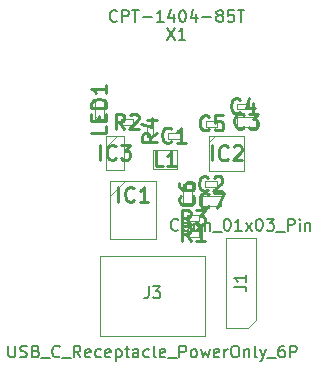
<source format=gbr>
G04 #@! TF.GenerationSoftware,KiCad,Pcbnew,8.0.1*
G04 #@! TF.CreationDate,2024-12-14T14:03:44-06:00*
G04 #@! TF.ProjectId,SD_ProtoBoard,53445f50-726f-4746-9f42-6f6172642e6b,rev?*
G04 #@! TF.SameCoordinates,Original*
G04 #@! TF.FileFunction,AssemblyDrawing,Top*
%FSLAX46Y46*%
G04 Gerber Fmt 4.6, Leading zero omitted, Abs format (unit mm)*
G04 Created by KiCad (PCBNEW 8.0.1) date 2024-12-14 14:03:44*
%MOMM*%
%LPD*%
G01*
G04 APERTURE LIST*
%ADD10C,0.254000*%
%ADD11C,0.150000*%
%ADD12C,0.100000*%
G04 APERTURE END LIST*
D10*
X133160237Y-103994318D02*
X133160237Y-102724318D01*
X134490714Y-103873365D02*
X134430238Y-103933842D01*
X134430238Y-103933842D02*
X134248809Y-103994318D01*
X134248809Y-103994318D02*
X134127857Y-103994318D01*
X134127857Y-103994318D02*
X133946428Y-103933842D01*
X133946428Y-103933842D02*
X133825476Y-103812889D01*
X133825476Y-103812889D02*
X133764999Y-103691937D01*
X133764999Y-103691937D02*
X133704523Y-103450032D01*
X133704523Y-103450032D02*
X133704523Y-103268603D01*
X133704523Y-103268603D02*
X133764999Y-103026699D01*
X133764999Y-103026699D02*
X133825476Y-102905746D01*
X133825476Y-102905746D02*
X133946428Y-102784794D01*
X133946428Y-102784794D02*
X134127857Y-102724318D01*
X134127857Y-102724318D02*
X134248809Y-102724318D01*
X134248809Y-102724318D02*
X134430238Y-102784794D01*
X134430238Y-102784794D02*
X134490714Y-102845270D01*
X134914047Y-102724318D02*
X135700238Y-102724318D01*
X135700238Y-102724318D02*
X135276904Y-103208127D01*
X135276904Y-103208127D02*
X135458333Y-103208127D01*
X135458333Y-103208127D02*
X135579285Y-103268603D01*
X135579285Y-103268603D02*
X135639761Y-103329080D01*
X135639761Y-103329080D02*
X135700238Y-103450032D01*
X135700238Y-103450032D02*
X135700238Y-103752413D01*
X135700238Y-103752413D02*
X135639761Y-103873365D01*
X135639761Y-103873365D02*
X135579285Y-103933842D01*
X135579285Y-103933842D02*
X135458333Y-103994318D01*
X135458333Y-103994318D02*
X135095476Y-103994318D01*
X135095476Y-103994318D02*
X134974523Y-103933842D01*
X134974523Y-103933842D02*
X134914047Y-103873365D01*
D11*
X134572380Y-92209580D02*
X134524761Y-92257200D01*
X134524761Y-92257200D02*
X134381904Y-92304819D01*
X134381904Y-92304819D02*
X134286666Y-92304819D01*
X134286666Y-92304819D02*
X134143809Y-92257200D01*
X134143809Y-92257200D02*
X134048571Y-92161961D01*
X134048571Y-92161961D02*
X134000952Y-92066723D01*
X134000952Y-92066723D02*
X133953333Y-91876247D01*
X133953333Y-91876247D02*
X133953333Y-91733390D01*
X133953333Y-91733390D02*
X134000952Y-91542914D01*
X134000952Y-91542914D02*
X134048571Y-91447676D01*
X134048571Y-91447676D02*
X134143809Y-91352438D01*
X134143809Y-91352438D02*
X134286666Y-91304819D01*
X134286666Y-91304819D02*
X134381904Y-91304819D01*
X134381904Y-91304819D02*
X134524761Y-91352438D01*
X134524761Y-91352438D02*
X134572380Y-91400057D01*
X135000952Y-92304819D02*
X135000952Y-91304819D01*
X135000952Y-91304819D02*
X135381904Y-91304819D01*
X135381904Y-91304819D02*
X135477142Y-91352438D01*
X135477142Y-91352438D02*
X135524761Y-91400057D01*
X135524761Y-91400057D02*
X135572380Y-91495295D01*
X135572380Y-91495295D02*
X135572380Y-91638152D01*
X135572380Y-91638152D02*
X135524761Y-91733390D01*
X135524761Y-91733390D02*
X135477142Y-91781009D01*
X135477142Y-91781009D02*
X135381904Y-91828628D01*
X135381904Y-91828628D02*
X135000952Y-91828628D01*
X135858095Y-91304819D02*
X136429523Y-91304819D01*
X136143809Y-92304819D02*
X136143809Y-91304819D01*
X136762857Y-91923866D02*
X137524762Y-91923866D01*
X138524761Y-92304819D02*
X137953333Y-92304819D01*
X138239047Y-92304819D02*
X138239047Y-91304819D01*
X138239047Y-91304819D02*
X138143809Y-91447676D01*
X138143809Y-91447676D02*
X138048571Y-91542914D01*
X138048571Y-91542914D02*
X137953333Y-91590533D01*
X139381904Y-91638152D02*
X139381904Y-92304819D01*
X139143809Y-91257200D02*
X138905714Y-91971485D01*
X138905714Y-91971485D02*
X139524761Y-91971485D01*
X140096190Y-91304819D02*
X140191428Y-91304819D01*
X140191428Y-91304819D02*
X140286666Y-91352438D01*
X140286666Y-91352438D02*
X140334285Y-91400057D01*
X140334285Y-91400057D02*
X140381904Y-91495295D01*
X140381904Y-91495295D02*
X140429523Y-91685771D01*
X140429523Y-91685771D02*
X140429523Y-91923866D01*
X140429523Y-91923866D02*
X140381904Y-92114342D01*
X140381904Y-92114342D02*
X140334285Y-92209580D01*
X140334285Y-92209580D02*
X140286666Y-92257200D01*
X140286666Y-92257200D02*
X140191428Y-92304819D01*
X140191428Y-92304819D02*
X140096190Y-92304819D01*
X140096190Y-92304819D02*
X140000952Y-92257200D01*
X140000952Y-92257200D02*
X139953333Y-92209580D01*
X139953333Y-92209580D02*
X139905714Y-92114342D01*
X139905714Y-92114342D02*
X139858095Y-91923866D01*
X139858095Y-91923866D02*
X139858095Y-91685771D01*
X139858095Y-91685771D02*
X139905714Y-91495295D01*
X139905714Y-91495295D02*
X139953333Y-91400057D01*
X139953333Y-91400057D02*
X140000952Y-91352438D01*
X140000952Y-91352438D02*
X140096190Y-91304819D01*
X141286666Y-91638152D02*
X141286666Y-92304819D01*
X141048571Y-91257200D02*
X140810476Y-91971485D01*
X140810476Y-91971485D02*
X141429523Y-91971485D01*
X141810476Y-91923866D02*
X142572381Y-91923866D01*
X143191428Y-91733390D02*
X143096190Y-91685771D01*
X143096190Y-91685771D02*
X143048571Y-91638152D01*
X143048571Y-91638152D02*
X143000952Y-91542914D01*
X143000952Y-91542914D02*
X143000952Y-91495295D01*
X143000952Y-91495295D02*
X143048571Y-91400057D01*
X143048571Y-91400057D02*
X143096190Y-91352438D01*
X143096190Y-91352438D02*
X143191428Y-91304819D01*
X143191428Y-91304819D02*
X143381904Y-91304819D01*
X143381904Y-91304819D02*
X143477142Y-91352438D01*
X143477142Y-91352438D02*
X143524761Y-91400057D01*
X143524761Y-91400057D02*
X143572380Y-91495295D01*
X143572380Y-91495295D02*
X143572380Y-91542914D01*
X143572380Y-91542914D02*
X143524761Y-91638152D01*
X143524761Y-91638152D02*
X143477142Y-91685771D01*
X143477142Y-91685771D02*
X143381904Y-91733390D01*
X143381904Y-91733390D02*
X143191428Y-91733390D01*
X143191428Y-91733390D02*
X143096190Y-91781009D01*
X143096190Y-91781009D02*
X143048571Y-91828628D01*
X143048571Y-91828628D02*
X143000952Y-91923866D01*
X143000952Y-91923866D02*
X143000952Y-92114342D01*
X143000952Y-92114342D02*
X143048571Y-92209580D01*
X143048571Y-92209580D02*
X143096190Y-92257200D01*
X143096190Y-92257200D02*
X143191428Y-92304819D01*
X143191428Y-92304819D02*
X143381904Y-92304819D01*
X143381904Y-92304819D02*
X143477142Y-92257200D01*
X143477142Y-92257200D02*
X143524761Y-92209580D01*
X143524761Y-92209580D02*
X143572380Y-92114342D01*
X143572380Y-92114342D02*
X143572380Y-91923866D01*
X143572380Y-91923866D02*
X143524761Y-91828628D01*
X143524761Y-91828628D02*
X143477142Y-91781009D01*
X143477142Y-91781009D02*
X143381904Y-91733390D01*
X144477142Y-91304819D02*
X144000952Y-91304819D01*
X144000952Y-91304819D02*
X143953333Y-91781009D01*
X143953333Y-91781009D02*
X144000952Y-91733390D01*
X144000952Y-91733390D02*
X144096190Y-91685771D01*
X144096190Y-91685771D02*
X144334285Y-91685771D01*
X144334285Y-91685771D02*
X144429523Y-91733390D01*
X144429523Y-91733390D02*
X144477142Y-91781009D01*
X144477142Y-91781009D02*
X144524761Y-91876247D01*
X144524761Y-91876247D02*
X144524761Y-92114342D01*
X144524761Y-92114342D02*
X144477142Y-92209580D01*
X144477142Y-92209580D02*
X144429523Y-92257200D01*
X144429523Y-92257200D02*
X144334285Y-92304819D01*
X144334285Y-92304819D02*
X144096190Y-92304819D01*
X144096190Y-92304819D02*
X144000952Y-92257200D01*
X144000952Y-92257200D02*
X143953333Y-92209580D01*
X144810476Y-91304819D02*
X145381904Y-91304819D01*
X145096190Y-92304819D02*
X145096190Y-91304819D01*
X138810476Y-92804819D02*
X139477142Y-93804819D01*
X139477142Y-92804819D02*
X138810476Y-93804819D01*
X140381904Y-93804819D02*
X139810476Y-93804819D01*
X140096190Y-93804819D02*
X140096190Y-92804819D01*
X140096190Y-92804819D02*
X140000952Y-92947676D01*
X140000952Y-92947676D02*
X139905714Y-93042914D01*
X139905714Y-93042914D02*
X139810476Y-93090533D01*
D10*
X142640237Y-104044318D02*
X142640237Y-102774318D01*
X143970714Y-103923365D02*
X143910238Y-103983842D01*
X143910238Y-103983842D02*
X143728809Y-104044318D01*
X143728809Y-104044318D02*
X143607857Y-104044318D01*
X143607857Y-104044318D02*
X143426428Y-103983842D01*
X143426428Y-103983842D02*
X143305476Y-103862889D01*
X143305476Y-103862889D02*
X143244999Y-103741937D01*
X143244999Y-103741937D02*
X143184523Y-103500032D01*
X143184523Y-103500032D02*
X143184523Y-103318603D01*
X143184523Y-103318603D02*
X143244999Y-103076699D01*
X143244999Y-103076699D02*
X143305476Y-102955746D01*
X143305476Y-102955746D02*
X143426428Y-102834794D01*
X143426428Y-102834794D02*
X143607857Y-102774318D01*
X143607857Y-102774318D02*
X143728809Y-102774318D01*
X143728809Y-102774318D02*
X143910238Y-102834794D01*
X143910238Y-102834794D02*
X143970714Y-102895270D01*
X144454523Y-102895270D02*
X144514999Y-102834794D01*
X144514999Y-102834794D02*
X144635952Y-102774318D01*
X144635952Y-102774318D02*
X144938333Y-102774318D01*
X144938333Y-102774318D02*
X145059285Y-102834794D01*
X145059285Y-102834794D02*
X145119761Y-102895270D01*
X145119761Y-102895270D02*
X145180238Y-103016222D01*
X145180238Y-103016222D02*
X145180238Y-103137175D01*
X145180238Y-103137175D02*
X145119761Y-103318603D01*
X145119761Y-103318603D02*
X144394047Y-104044318D01*
X144394047Y-104044318D02*
X145180238Y-104044318D01*
X140818333Y-109504318D02*
X140394999Y-108899556D01*
X140092618Y-109504318D02*
X140092618Y-108234318D01*
X140092618Y-108234318D02*
X140576428Y-108234318D01*
X140576428Y-108234318D02*
X140697380Y-108294794D01*
X140697380Y-108294794D02*
X140757857Y-108355270D01*
X140757857Y-108355270D02*
X140818333Y-108476222D01*
X140818333Y-108476222D02*
X140818333Y-108657651D01*
X140818333Y-108657651D02*
X140757857Y-108778603D01*
X140757857Y-108778603D02*
X140697380Y-108839080D01*
X140697380Y-108839080D02*
X140576428Y-108899556D01*
X140576428Y-108899556D02*
X140092618Y-108899556D01*
X141241666Y-108234318D02*
X142027857Y-108234318D01*
X142027857Y-108234318D02*
X141604523Y-108718127D01*
X141604523Y-108718127D02*
X141785952Y-108718127D01*
X141785952Y-108718127D02*
X141906904Y-108778603D01*
X141906904Y-108778603D02*
X141967380Y-108839080D01*
X141967380Y-108839080D02*
X142027857Y-108960032D01*
X142027857Y-108960032D02*
X142027857Y-109262413D01*
X142027857Y-109262413D02*
X141967380Y-109383365D01*
X141967380Y-109383365D02*
X141906904Y-109443842D01*
X141906904Y-109443842D02*
X141785952Y-109504318D01*
X141785952Y-109504318D02*
X141423095Y-109504318D01*
X141423095Y-109504318D02*
X141302142Y-109443842D01*
X141302142Y-109443842D02*
X141241666Y-109383365D01*
X145018333Y-99923365D02*
X144957857Y-99983842D01*
X144957857Y-99983842D02*
X144776428Y-100044318D01*
X144776428Y-100044318D02*
X144655476Y-100044318D01*
X144655476Y-100044318D02*
X144474047Y-99983842D01*
X144474047Y-99983842D02*
X144353095Y-99862889D01*
X144353095Y-99862889D02*
X144292618Y-99741937D01*
X144292618Y-99741937D02*
X144232142Y-99500032D01*
X144232142Y-99500032D02*
X144232142Y-99318603D01*
X144232142Y-99318603D02*
X144292618Y-99076699D01*
X144292618Y-99076699D02*
X144353095Y-98955746D01*
X144353095Y-98955746D02*
X144474047Y-98834794D01*
X144474047Y-98834794D02*
X144655476Y-98774318D01*
X144655476Y-98774318D02*
X144776428Y-98774318D01*
X144776428Y-98774318D02*
X144957857Y-98834794D01*
X144957857Y-98834794D02*
X145018333Y-98895270D01*
X146106904Y-99197651D02*
X146106904Y-100044318D01*
X145804523Y-98713842D02*
X145502142Y-99620984D01*
X145502142Y-99620984D02*
X146288333Y-99620984D01*
X142308333Y-106523365D02*
X142247857Y-106583842D01*
X142247857Y-106583842D02*
X142066428Y-106644318D01*
X142066428Y-106644318D02*
X141945476Y-106644318D01*
X141945476Y-106644318D02*
X141764047Y-106583842D01*
X141764047Y-106583842D02*
X141643095Y-106462889D01*
X141643095Y-106462889D02*
X141582618Y-106341937D01*
X141582618Y-106341937D02*
X141522142Y-106100032D01*
X141522142Y-106100032D02*
X141522142Y-105918603D01*
X141522142Y-105918603D02*
X141582618Y-105676699D01*
X141582618Y-105676699D02*
X141643095Y-105555746D01*
X141643095Y-105555746D02*
X141764047Y-105434794D01*
X141764047Y-105434794D02*
X141945476Y-105374318D01*
X141945476Y-105374318D02*
X142066428Y-105374318D01*
X142066428Y-105374318D02*
X142247857Y-105434794D01*
X142247857Y-105434794D02*
X142308333Y-105495270D01*
X142792142Y-105495270D02*
X142852618Y-105434794D01*
X142852618Y-105434794D02*
X142973571Y-105374318D01*
X142973571Y-105374318D02*
X143275952Y-105374318D01*
X143275952Y-105374318D02*
X143396904Y-105434794D01*
X143396904Y-105434794D02*
X143457380Y-105495270D01*
X143457380Y-105495270D02*
X143517857Y-105616222D01*
X143517857Y-105616222D02*
X143517857Y-105737175D01*
X143517857Y-105737175D02*
X143457380Y-105918603D01*
X143457380Y-105918603D02*
X142731666Y-106644318D01*
X142731666Y-106644318D02*
X143517857Y-106644318D01*
D11*
X125399522Y-119709819D02*
X125399522Y-120519342D01*
X125399522Y-120519342D02*
X125447141Y-120614580D01*
X125447141Y-120614580D02*
X125494760Y-120662200D01*
X125494760Y-120662200D02*
X125589998Y-120709819D01*
X125589998Y-120709819D02*
X125780474Y-120709819D01*
X125780474Y-120709819D02*
X125875712Y-120662200D01*
X125875712Y-120662200D02*
X125923331Y-120614580D01*
X125923331Y-120614580D02*
X125970950Y-120519342D01*
X125970950Y-120519342D02*
X125970950Y-119709819D01*
X126399522Y-120662200D02*
X126542379Y-120709819D01*
X126542379Y-120709819D02*
X126780474Y-120709819D01*
X126780474Y-120709819D02*
X126875712Y-120662200D01*
X126875712Y-120662200D02*
X126923331Y-120614580D01*
X126923331Y-120614580D02*
X126970950Y-120519342D01*
X126970950Y-120519342D02*
X126970950Y-120424104D01*
X126970950Y-120424104D02*
X126923331Y-120328866D01*
X126923331Y-120328866D02*
X126875712Y-120281247D01*
X126875712Y-120281247D02*
X126780474Y-120233628D01*
X126780474Y-120233628D02*
X126589998Y-120186009D01*
X126589998Y-120186009D02*
X126494760Y-120138390D01*
X126494760Y-120138390D02*
X126447141Y-120090771D01*
X126447141Y-120090771D02*
X126399522Y-119995533D01*
X126399522Y-119995533D02*
X126399522Y-119900295D01*
X126399522Y-119900295D02*
X126447141Y-119805057D01*
X126447141Y-119805057D02*
X126494760Y-119757438D01*
X126494760Y-119757438D02*
X126589998Y-119709819D01*
X126589998Y-119709819D02*
X126828093Y-119709819D01*
X126828093Y-119709819D02*
X126970950Y-119757438D01*
X127732855Y-120186009D02*
X127875712Y-120233628D01*
X127875712Y-120233628D02*
X127923331Y-120281247D01*
X127923331Y-120281247D02*
X127970950Y-120376485D01*
X127970950Y-120376485D02*
X127970950Y-120519342D01*
X127970950Y-120519342D02*
X127923331Y-120614580D01*
X127923331Y-120614580D02*
X127875712Y-120662200D01*
X127875712Y-120662200D02*
X127780474Y-120709819D01*
X127780474Y-120709819D02*
X127399522Y-120709819D01*
X127399522Y-120709819D02*
X127399522Y-119709819D01*
X127399522Y-119709819D02*
X127732855Y-119709819D01*
X127732855Y-119709819D02*
X127828093Y-119757438D01*
X127828093Y-119757438D02*
X127875712Y-119805057D01*
X127875712Y-119805057D02*
X127923331Y-119900295D01*
X127923331Y-119900295D02*
X127923331Y-119995533D01*
X127923331Y-119995533D02*
X127875712Y-120090771D01*
X127875712Y-120090771D02*
X127828093Y-120138390D01*
X127828093Y-120138390D02*
X127732855Y-120186009D01*
X127732855Y-120186009D02*
X127399522Y-120186009D01*
X128161427Y-120805057D02*
X128923331Y-120805057D01*
X129732855Y-120614580D02*
X129685236Y-120662200D01*
X129685236Y-120662200D02*
X129542379Y-120709819D01*
X129542379Y-120709819D02*
X129447141Y-120709819D01*
X129447141Y-120709819D02*
X129304284Y-120662200D01*
X129304284Y-120662200D02*
X129209046Y-120566961D01*
X129209046Y-120566961D02*
X129161427Y-120471723D01*
X129161427Y-120471723D02*
X129113808Y-120281247D01*
X129113808Y-120281247D02*
X129113808Y-120138390D01*
X129113808Y-120138390D02*
X129161427Y-119947914D01*
X129161427Y-119947914D02*
X129209046Y-119852676D01*
X129209046Y-119852676D02*
X129304284Y-119757438D01*
X129304284Y-119757438D02*
X129447141Y-119709819D01*
X129447141Y-119709819D02*
X129542379Y-119709819D01*
X129542379Y-119709819D02*
X129685236Y-119757438D01*
X129685236Y-119757438D02*
X129732855Y-119805057D01*
X129923332Y-120805057D02*
X130685236Y-120805057D01*
X131494760Y-120709819D02*
X131161427Y-120233628D01*
X130923332Y-120709819D02*
X130923332Y-119709819D01*
X130923332Y-119709819D02*
X131304284Y-119709819D01*
X131304284Y-119709819D02*
X131399522Y-119757438D01*
X131399522Y-119757438D02*
X131447141Y-119805057D01*
X131447141Y-119805057D02*
X131494760Y-119900295D01*
X131494760Y-119900295D02*
X131494760Y-120043152D01*
X131494760Y-120043152D02*
X131447141Y-120138390D01*
X131447141Y-120138390D02*
X131399522Y-120186009D01*
X131399522Y-120186009D02*
X131304284Y-120233628D01*
X131304284Y-120233628D02*
X130923332Y-120233628D01*
X132304284Y-120662200D02*
X132209046Y-120709819D01*
X132209046Y-120709819D02*
X132018570Y-120709819D01*
X132018570Y-120709819D02*
X131923332Y-120662200D01*
X131923332Y-120662200D02*
X131875713Y-120566961D01*
X131875713Y-120566961D02*
X131875713Y-120186009D01*
X131875713Y-120186009D02*
X131923332Y-120090771D01*
X131923332Y-120090771D02*
X132018570Y-120043152D01*
X132018570Y-120043152D02*
X132209046Y-120043152D01*
X132209046Y-120043152D02*
X132304284Y-120090771D01*
X132304284Y-120090771D02*
X132351903Y-120186009D01*
X132351903Y-120186009D02*
X132351903Y-120281247D01*
X132351903Y-120281247D02*
X131875713Y-120376485D01*
X133209046Y-120662200D02*
X133113808Y-120709819D01*
X133113808Y-120709819D02*
X132923332Y-120709819D01*
X132923332Y-120709819D02*
X132828094Y-120662200D01*
X132828094Y-120662200D02*
X132780475Y-120614580D01*
X132780475Y-120614580D02*
X132732856Y-120519342D01*
X132732856Y-120519342D02*
X132732856Y-120233628D01*
X132732856Y-120233628D02*
X132780475Y-120138390D01*
X132780475Y-120138390D02*
X132828094Y-120090771D01*
X132828094Y-120090771D02*
X132923332Y-120043152D01*
X132923332Y-120043152D02*
X133113808Y-120043152D01*
X133113808Y-120043152D02*
X133209046Y-120090771D01*
X134018570Y-120662200D02*
X133923332Y-120709819D01*
X133923332Y-120709819D02*
X133732856Y-120709819D01*
X133732856Y-120709819D02*
X133637618Y-120662200D01*
X133637618Y-120662200D02*
X133589999Y-120566961D01*
X133589999Y-120566961D02*
X133589999Y-120186009D01*
X133589999Y-120186009D02*
X133637618Y-120090771D01*
X133637618Y-120090771D02*
X133732856Y-120043152D01*
X133732856Y-120043152D02*
X133923332Y-120043152D01*
X133923332Y-120043152D02*
X134018570Y-120090771D01*
X134018570Y-120090771D02*
X134066189Y-120186009D01*
X134066189Y-120186009D02*
X134066189Y-120281247D01*
X134066189Y-120281247D02*
X133589999Y-120376485D01*
X134494761Y-120043152D02*
X134494761Y-121043152D01*
X134494761Y-120090771D02*
X134589999Y-120043152D01*
X134589999Y-120043152D02*
X134780475Y-120043152D01*
X134780475Y-120043152D02*
X134875713Y-120090771D01*
X134875713Y-120090771D02*
X134923332Y-120138390D01*
X134923332Y-120138390D02*
X134970951Y-120233628D01*
X134970951Y-120233628D02*
X134970951Y-120519342D01*
X134970951Y-120519342D02*
X134923332Y-120614580D01*
X134923332Y-120614580D02*
X134875713Y-120662200D01*
X134875713Y-120662200D02*
X134780475Y-120709819D01*
X134780475Y-120709819D02*
X134589999Y-120709819D01*
X134589999Y-120709819D02*
X134494761Y-120662200D01*
X135256666Y-120043152D02*
X135637618Y-120043152D01*
X135399523Y-119709819D02*
X135399523Y-120566961D01*
X135399523Y-120566961D02*
X135447142Y-120662200D01*
X135447142Y-120662200D02*
X135542380Y-120709819D01*
X135542380Y-120709819D02*
X135637618Y-120709819D01*
X136399523Y-120709819D02*
X136399523Y-120186009D01*
X136399523Y-120186009D02*
X136351904Y-120090771D01*
X136351904Y-120090771D02*
X136256666Y-120043152D01*
X136256666Y-120043152D02*
X136066190Y-120043152D01*
X136066190Y-120043152D02*
X135970952Y-120090771D01*
X136399523Y-120662200D02*
X136304285Y-120709819D01*
X136304285Y-120709819D02*
X136066190Y-120709819D01*
X136066190Y-120709819D02*
X135970952Y-120662200D01*
X135970952Y-120662200D02*
X135923333Y-120566961D01*
X135923333Y-120566961D02*
X135923333Y-120471723D01*
X135923333Y-120471723D02*
X135970952Y-120376485D01*
X135970952Y-120376485D02*
X136066190Y-120328866D01*
X136066190Y-120328866D02*
X136304285Y-120328866D01*
X136304285Y-120328866D02*
X136399523Y-120281247D01*
X137304285Y-120662200D02*
X137209047Y-120709819D01*
X137209047Y-120709819D02*
X137018571Y-120709819D01*
X137018571Y-120709819D02*
X136923333Y-120662200D01*
X136923333Y-120662200D02*
X136875714Y-120614580D01*
X136875714Y-120614580D02*
X136828095Y-120519342D01*
X136828095Y-120519342D02*
X136828095Y-120233628D01*
X136828095Y-120233628D02*
X136875714Y-120138390D01*
X136875714Y-120138390D02*
X136923333Y-120090771D01*
X136923333Y-120090771D02*
X137018571Y-120043152D01*
X137018571Y-120043152D02*
X137209047Y-120043152D01*
X137209047Y-120043152D02*
X137304285Y-120090771D01*
X137875714Y-120709819D02*
X137780476Y-120662200D01*
X137780476Y-120662200D02*
X137732857Y-120566961D01*
X137732857Y-120566961D02*
X137732857Y-119709819D01*
X138637619Y-120662200D02*
X138542381Y-120709819D01*
X138542381Y-120709819D02*
X138351905Y-120709819D01*
X138351905Y-120709819D02*
X138256667Y-120662200D01*
X138256667Y-120662200D02*
X138209048Y-120566961D01*
X138209048Y-120566961D02*
X138209048Y-120186009D01*
X138209048Y-120186009D02*
X138256667Y-120090771D01*
X138256667Y-120090771D02*
X138351905Y-120043152D01*
X138351905Y-120043152D02*
X138542381Y-120043152D01*
X138542381Y-120043152D02*
X138637619Y-120090771D01*
X138637619Y-120090771D02*
X138685238Y-120186009D01*
X138685238Y-120186009D02*
X138685238Y-120281247D01*
X138685238Y-120281247D02*
X138209048Y-120376485D01*
X138875715Y-120805057D02*
X139637619Y-120805057D01*
X139875715Y-120709819D02*
X139875715Y-119709819D01*
X139875715Y-119709819D02*
X140256667Y-119709819D01*
X140256667Y-119709819D02*
X140351905Y-119757438D01*
X140351905Y-119757438D02*
X140399524Y-119805057D01*
X140399524Y-119805057D02*
X140447143Y-119900295D01*
X140447143Y-119900295D02*
X140447143Y-120043152D01*
X140447143Y-120043152D02*
X140399524Y-120138390D01*
X140399524Y-120138390D02*
X140351905Y-120186009D01*
X140351905Y-120186009D02*
X140256667Y-120233628D01*
X140256667Y-120233628D02*
X139875715Y-120233628D01*
X141018572Y-120709819D02*
X140923334Y-120662200D01*
X140923334Y-120662200D02*
X140875715Y-120614580D01*
X140875715Y-120614580D02*
X140828096Y-120519342D01*
X140828096Y-120519342D02*
X140828096Y-120233628D01*
X140828096Y-120233628D02*
X140875715Y-120138390D01*
X140875715Y-120138390D02*
X140923334Y-120090771D01*
X140923334Y-120090771D02*
X141018572Y-120043152D01*
X141018572Y-120043152D02*
X141161429Y-120043152D01*
X141161429Y-120043152D02*
X141256667Y-120090771D01*
X141256667Y-120090771D02*
X141304286Y-120138390D01*
X141304286Y-120138390D02*
X141351905Y-120233628D01*
X141351905Y-120233628D02*
X141351905Y-120519342D01*
X141351905Y-120519342D02*
X141304286Y-120614580D01*
X141304286Y-120614580D02*
X141256667Y-120662200D01*
X141256667Y-120662200D02*
X141161429Y-120709819D01*
X141161429Y-120709819D02*
X141018572Y-120709819D01*
X141685239Y-120043152D02*
X141875715Y-120709819D01*
X141875715Y-120709819D02*
X142066191Y-120233628D01*
X142066191Y-120233628D02*
X142256667Y-120709819D01*
X142256667Y-120709819D02*
X142447143Y-120043152D01*
X143209048Y-120662200D02*
X143113810Y-120709819D01*
X143113810Y-120709819D02*
X142923334Y-120709819D01*
X142923334Y-120709819D02*
X142828096Y-120662200D01*
X142828096Y-120662200D02*
X142780477Y-120566961D01*
X142780477Y-120566961D02*
X142780477Y-120186009D01*
X142780477Y-120186009D02*
X142828096Y-120090771D01*
X142828096Y-120090771D02*
X142923334Y-120043152D01*
X142923334Y-120043152D02*
X143113810Y-120043152D01*
X143113810Y-120043152D02*
X143209048Y-120090771D01*
X143209048Y-120090771D02*
X143256667Y-120186009D01*
X143256667Y-120186009D02*
X143256667Y-120281247D01*
X143256667Y-120281247D02*
X142780477Y-120376485D01*
X143685239Y-120709819D02*
X143685239Y-120043152D01*
X143685239Y-120233628D02*
X143732858Y-120138390D01*
X143732858Y-120138390D02*
X143780477Y-120090771D01*
X143780477Y-120090771D02*
X143875715Y-120043152D01*
X143875715Y-120043152D02*
X143970953Y-120043152D01*
X144494763Y-119709819D02*
X144685239Y-119709819D01*
X144685239Y-119709819D02*
X144780477Y-119757438D01*
X144780477Y-119757438D02*
X144875715Y-119852676D01*
X144875715Y-119852676D02*
X144923334Y-120043152D01*
X144923334Y-120043152D02*
X144923334Y-120376485D01*
X144923334Y-120376485D02*
X144875715Y-120566961D01*
X144875715Y-120566961D02*
X144780477Y-120662200D01*
X144780477Y-120662200D02*
X144685239Y-120709819D01*
X144685239Y-120709819D02*
X144494763Y-120709819D01*
X144494763Y-120709819D02*
X144399525Y-120662200D01*
X144399525Y-120662200D02*
X144304287Y-120566961D01*
X144304287Y-120566961D02*
X144256668Y-120376485D01*
X144256668Y-120376485D02*
X144256668Y-120043152D01*
X144256668Y-120043152D02*
X144304287Y-119852676D01*
X144304287Y-119852676D02*
X144399525Y-119757438D01*
X144399525Y-119757438D02*
X144494763Y-119709819D01*
X145351906Y-120043152D02*
X145351906Y-120709819D01*
X145351906Y-120138390D02*
X145399525Y-120090771D01*
X145399525Y-120090771D02*
X145494763Y-120043152D01*
X145494763Y-120043152D02*
X145637620Y-120043152D01*
X145637620Y-120043152D02*
X145732858Y-120090771D01*
X145732858Y-120090771D02*
X145780477Y-120186009D01*
X145780477Y-120186009D02*
X145780477Y-120709819D01*
X146399525Y-120709819D02*
X146304287Y-120662200D01*
X146304287Y-120662200D02*
X146256668Y-120566961D01*
X146256668Y-120566961D02*
X146256668Y-119709819D01*
X146685240Y-120043152D02*
X146923335Y-120709819D01*
X147161430Y-120043152D02*
X146923335Y-120709819D01*
X146923335Y-120709819D02*
X146828097Y-120947914D01*
X146828097Y-120947914D02*
X146780478Y-120995533D01*
X146780478Y-120995533D02*
X146685240Y-121043152D01*
X147304288Y-120805057D02*
X148066192Y-120805057D01*
X148732859Y-119709819D02*
X148542383Y-119709819D01*
X148542383Y-119709819D02*
X148447145Y-119757438D01*
X148447145Y-119757438D02*
X148399526Y-119805057D01*
X148399526Y-119805057D02*
X148304288Y-119947914D01*
X148304288Y-119947914D02*
X148256669Y-120138390D01*
X148256669Y-120138390D02*
X148256669Y-120519342D01*
X148256669Y-120519342D02*
X148304288Y-120614580D01*
X148304288Y-120614580D02*
X148351907Y-120662200D01*
X148351907Y-120662200D02*
X148447145Y-120709819D01*
X148447145Y-120709819D02*
X148637621Y-120709819D01*
X148637621Y-120709819D02*
X148732859Y-120662200D01*
X148732859Y-120662200D02*
X148780478Y-120614580D01*
X148780478Y-120614580D02*
X148828097Y-120519342D01*
X148828097Y-120519342D02*
X148828097Y-120281247D01*
X148828097Y-120281247D02*
X148780478Y-120186009D01*
X148780478Y-120186009D02*
X148732859Y-120138390D01*
X148732859Y-120138390D02*
X148637621Y-120090771D01*
X148637621Y-120090771D02*
X148447145Y-120090771D01*
X148447145Y-120090771D02*
X148351907Y-120138390D01*
X148351907Y-120138390D02*
X148304288Y-120186009D01*
X148304288Y-120186009D02*
X148256669Y-120281247D01*
X149256669Y-120709819D02*
X149256669Y-119709819D01*
X149256669Y-119709819D02*
X149637621Y-119709819D01*
X149637621Y-119709819D02*
X149732859Y-119757438D01*
X149732859Y-119757438D02*
X149780478Y-119805057D01*
X149780478Y-119805057D02*
X149828097Y-119900295D01*
X149828097Y-119900295D02*
X149828097Y-120043152D01*
X149828097Y-120043152D02*
X149780478Y-120138390D01*
X149780478Y-120138390D02*
X149732859Y-120186009D01*
X149732859Y-120186009D02*
X149637621Y-120233628D01*
X149637621Y-120233628D02*
X149256669Y-120233628D01*
X137256666Y-114709819D02*
X137256666Y-115424104D01*
X137256666Y-115424104D02*
X137209047Y-115566961D01*
X137209047Y-115566961D02*
X137113809Y-115662200D01*
X137113809Y-115662200D02*
X136970952Y-115709819D01*
X136970952Y-115709819D02*
X136875714Y-115709819D01*
X137637619Y-114709819D02*
X138256666Y-114709819D01*
X138256666Y-114709819D02*
X137923333Y-115090771D01*
X137923333Y-115090771D02*
X138066190Y-115090771D01*
X138066190Y-115090771D02*
X138161428Y-115138390D01*
X138161428Y-115138390D02*
X138209047Y-115186009D01*
X138209047Y-115186009D02*
X138256666Y-115281247D01*
X138256666Y-115281247D02*
X138256666Y-115519342D01*
X138256666Y-115519342D02*
X138209047Y-115614580D01*
X138209047Y-115614580D02*
X138161428Y-115662200D01*
X138161428Y-115662200D02*
X138066190Y-115709819D01*
X138066190Y-115709819D02*
X137780476Y-115709819D01*
X137780476Y-115709819D02*
X137685238Y-115662200D01*
X137685238Y-115662200D02*
X137637619Y-115614580D01*
X139770475Y-109889580D02*
X139722856Y-109937200D01*
X139722856Y-109937200D02*
X139579999Y-109984819D01*
X139579999Y-109984819D02*
X139484761Y-109984819D01*
X139484761Y-109984819D02*
X139341904Y-109937200D01*
X139341904Y-109937200D02*
X139246666Y-109841961D01*
X139246666Y-109841961D02*
X139199047Y-109746723D01*
X139199047Y-109746723D02*
X139151428Y-109556247D01*
X139151428Y-109556247D02*
X139151428Y-109413390D01*
X139151428Y-109413390D02*
X139199047Y-109222914D01*
X139199047Y-109222914D02*
X139246666Y-109127676D01*
X139246666Y-109127676D02*
X139341904Y-109032438D01*
X139341904Y-109032438D02*
X139484761Y-108984819D01*
X139484761Y-108984819D02*
X139579999Y-108984819D01*
X139579999Y-108984819D02*
X139722856Y-109032438D01*
X139722856Y-109032438D02*
X139770475Y-109080057D01*
X140341904Y-109984819D02*
X140246666Y-109937200D01*
X140246666Y-109937200D02*
X140199047Y-109889580D01*
X140199047Y-109889580D02*
X140151428Y-109794342D01*
X140151428Y-109794342D02*
X140151428Y-109508628D01*
X140151428Y-109508628D02*
X140199047Y-109413390D01*
X140199047Y-109413390D02*
X140246666Y-109365771D01*
X140246666Y-109365771D02*
X140341904Y-109318152D01*
X140341904Y-109318152D02*
X140484761Y-109318152D01*
X140484761Y-109318152D02*
X140579999Y-109365771D01*
X140579999Y-109365771D02*
X140627618Y-109413390D01*
X140627618Y-109413390D02*
X140675237Y-109508628D01*
X140675237Y-109508628D02*
X140675237Y-109794342D01*
X140675237Y-109794342D02*
X140627618Y-109889580D01*
X140627618Y-109889580D02*
X140579999Y-109937200D01*
X140579999Y-109937200D02*
X140484761Y-109984819D01*
X140484761Y-109984819D02*
X140341904Y-109984819D01*
X141103809Y-109318152D02*
X141103809Y-109984819D01*
X141103809Y-109413390D02*
X141151428Y-109365771D01*
X141151428Y-109365771D02*
X141246666Y-109318152D01*
X141246666Y-109318152D02*
X141389523Y-109318152D01*
X141389523Y-109318152D02*
X141484761Y-109365771D01*
X141484761Y-109365771D02*
X141532380Y-109461009D01*
X141532380Y-109461009D02*
X141532380Y-109984819D01*
X142008571Y-109318152D02*
X142008571Y-109984819D01*
X142008571Y-109413390D02*
X142056190Y-109365771D01*
X142056190Y-109365771D02*
X142151428Y-109318152D01*
X142151428Y-109318152D02*
X142294285Y-109318152D01*
X142294285Y-109318152D02*
X142389523Y-109365771D01*
X142389523Y-109365771D02*
X142437142Y-109461009D01*
X142437142Y-109461009D02*
X142437142Y-109984819D01*
X142675238Y-110080057D02*
X143437142Y-110080057D01*
X143865714Y-108984819D02*
X143960952Y-108984819D01*
X143960952Y-108984819D02*
X144056190Y-109032438D01*
X144056190Y-109032438D02*
X144103809Y-109080057D01*
X144103809Y-109080057D02*
X144151428Y-109175295D01*
X144151428Y-109175295D02*
X144199047Y-109365771D01*
X144199047Y-109365771D02*
X144199047Y-109603866D01*
X144199047Y-109603866D02*
X144151428Y-109794342D01*
X144151428Y-109794342D02*
X144103809Y-109889580D01*
X144103809Y-109889580D02*
X144056190Y-109937200D01*
X144056190Y-109937200D02*
X143960952Y-109984819D01*
X143960952Y-109984819D02*
X143865714Y-109984819D01*
X143865714Y-109984819D02*
X143770476Y-109937200D01*
X143770476Y-109937200D02*
X143722857Y-109889580D01*
X143722857Y-109889580D02*
X143675238Y-109794342D01*
X143675238Y-109794342D02*
X143627619Y-109603866D01*
X143627619Y-109603866D02*
X143627619Y-109365771D01*
X143627619Y-109365771D02*
X143675238Y-109175295D01*
X143675238Y-109175295D02*
X143722857Y-109080057D01*
X143722857Y-109080057D02*
X143770476Y-109032438D01*
X143770476Y-109032438D02*
X143865714Y-108984819D01*
X145151428Y-109984819D02*
X144580000Y-109984819D01*
X144865714Y-109984819D02*
X144865714Y-108984819D01*
X144865714Y-108984819D02*
X144770476Y-109127676D01*
X144770476Y-109127676D02*
X144675238Y-109222914D01*
X144675238Y-109222914D02*
X144580000Y-109270533D01*
X145484762Y-109984819D02*
X146008571Y-109318152D01*
X145484762Y-109318152D02*
X146008571Y-109984819D01*
X146580000Y-108984819D02*
X146675238Y-108984819D01*
X146675238Y-108984819D02*
X146770476Y-109032438D01*
X146770476Y-109032438D02*
X146818095Y-109080057D01*
X146818095Y-109080057D02*
X146865714Y-109175295D01*
X146865714Y-109175295D02*
X146913333Y-109365771D01*
X146913333Y-109365771D02*
X146913333Y-109603866D01*
X146913333Y-109603866D02*
X146865714Y-109794342D01*
X146865714Y-109794342D02*
X146818095Y-109889580D01*
X146818095Y-109889580D02*
X146770476Y-109937200D01*
X146770476Y-109937200D02*
X146675238Y-109984819D01*
X146675238Y-109984819D02*
X146580000Y-109984819D01*
X146580000Y-109984819D02*
X146484762Y-109937200D01*
X146484762Y-109937200D02*
X146437143Y-109889580D01*
X146437143Y-109889580D02*
X146389524Y-109794342D01*
X146389524Y-109794342D02*
X146341905Y-109603866D01*
X146341905Y-109603866D02*
X146341905Y-109365771D01*
X146341905Y-109365771D02*
X146389524Y-109175295D01*
X146389524Y-109175295D02*
X146437143Y-109080057D01*
X146437143Y-109080057D02*
X146484762Y-109032438D01*
X146484762Y-109032438D02*
X146580000Y-108984819D01*
X147246667Y-108984819D02*
X147865714Y-108984819D01*
X147865714Y-108984819D02*
X147532381Y-109365771D01*
X147532381Y-109365771D02*
X147675238Y-109365771D01*
X147675238Y-109365771D02*
X147770476Y-109413390D01*
X147770476Y-109413390D02*
X147818095Y-109461009D01*
X147818095Y-109461009D02*
X147865714Y-109556247D01*
X147865714Y-109556247D02*
X147865714Y-109794342D01*
X147865714Y-109794342D02*
X147818095Y-109889580D01*
X147818095Y-109889580D02*
X147770476Y-109937200D01*
X147770476Y-109937200D02*
X147675238Y-109984819D01*
X147675238Y-109984819D02*
X147389524Y-109984819D01*
X147389524Y-109984819D02*
X147294286Y-109937200D01*
X147294286Y-109937200D02*
X147246667Y-109889580D01*
X148056191Y-110080057D02*
X148818095Y-110080057D01*
X149056191Y-109984819D02*
X149056191Y-108984819D01*
X149056191Y-108984819D02*
X149437143Y-108984819D01*
X149437143Y-108984819D02*
X149532381Y-109032438D01*
X149532381Y-109032438D02*
X149580000Y-109080057D01*
X149580000Y-109080057D02*
X149627619Y-109175295D01*
X149627619Y-109175295D02*
X149627619Y-109318152D01*
X149627619Y-109318152D02*
X149580000Y-109413390D01*
X149580000Y-109413390D02*
X149532381Y-109461009D01*
X149532381Y-109461009D02*
X149437143Y-109508628D01*
X149437143Y-109508628D02*
X149056191Y-109508628D01*
X150056191Y-109984819D02*
X150056191Y-109318152D01*
X150056191Y-108984819D02*
X150008572Y-109032438D01*
X150008572Y-109032438D02*
X150056191Y-109080057D01*
X150056191Y-109080057D02*
X150103810Y-109032438D01*
X150103810Y-109032438D02*
X150056191Y-108984819D01*
X150056191Y-108984819D02*
X150056191Y-109080057D01*
X150532381Y-109318152D02*
X150532381Y-109984819D01*
X150532381Y-109413390D02*
X150580000Y-109365771D01*
X150580000Y-109365771D02*
X150675238Y-109318152D01*
X150675238Y-109318152D02*
X150818095Y-109318152D01*
X150818095Y-109318152D02*
X150913333Y-109365771D01*
X150913333Y-109365771D02*
X150960952Y-109461009D01*
X150960952Y-109461009D02*
X150960952Y-109984819D01*
X144534819Y-114733333D02*
X145249104Y-114733333D01*
X145249104Y-114733333D02*
X145391961Y-114780952D01*
X145391961Y-114780952D02*
X145487200Y-114876190D01*
X145487200Y-114876190D02*
X145534819Y-115019047D01*
X145534819Y-115019047D02*
X145534819Y-115114285D01*
X145534819Y-113733333D02*
X145534819Y-114304761D01*
X145534819Y-114019047D02*
X144534819Y-114019047D01*
X144534819Y-114019047D02*
X144677676Y-114114285D01*
X144677676Y-114114285D02*
X144772914Y-114209523D01*
X144772914Y-114209523D02*
X144820533Y-114304761D01*
D10*
X133694318Y-101131190D02*
X133694318Y-101735952D01*
X133694318Y-101735952D02*
X132424318Y-101735952D01*
X133029080Y-100707857D02*
X133029080Y-100284523D01*
X133694318Y-100103095D02*
X133694318Y-100707857D01*
X133694318Y-100707857D02*
X132424318Y-100707857D01*
X132424318Y-100707857D02*
X132424318Y-100103095D01*
X133694318Y-99558809D02*
X132424318Y-99558809D01*
X132424318Y-99558809D02*
X132424318Y-99256428D01*
X132424318Y-99256428D02*
X132484794Y-99074999D01*
X132484794Y-99074999D02*
X132605746Y-98954047D01*
X132605746Y-98954047D02*
X132726699Y-98893570D01*
X132726699Y-98893570D02*
X132968603Y-98833094D01*
X132968603Y-98833094D02*
X133150032Y-98833094D01*
X133150032Y-98833094D02*
X133391937Y-98893570D01*
X133391937Y-98893570D02*
X133512889Y-98954047D01*
X133512889Y-98954047D02*
X133633842Y-99074999D01*
X133633842Y-99074999D02*
X133694318Y-99256428D01*
X133694318Y-99256428D02*
X133694318Y-99558809D01*
X133694318Y-97623570D02*
X133694318Y-98349285D01*
X133694318Y-97986428D02*
X132424318Y-97986428D01*
X132424318Y-97986428D02*
X132605746Y-98107380D01*
X132605746Y-98107380D02*
X132726699Y-98228332D01*
X132726699Y-98228332D02*
X132787175Y-98349285D01*
X138468333Y-104544318D02*
X137863571Y-104544318D01*
X137863571Y-104544318D02*
X137863571Y-103274318D01*
X139556905Y-104544318D02*
X138831190Y-104544318D01*
X139194047Y-104544318D02*
X139194047Y-103274318D01*
X139194047Y-103274318D02*
X139073095Y-103455746D01*
X139073095Y-103455746D02*
X138952143Y-103576699D01*
X138952143Y-103576699D02*
X138831190Y-103637175D01*
X141013365Y-107061666D02*
X141073842Y-107122142D01*
X141073842Y-107122142D02*
X141134318Y-107303571D01*
X141134318Y-107303571D02*
X141134318Y-107424523D01*
X141134318Y-107424523D02*
X141073842Y-107605952D01*
X141073842Y-107605952D02*
X140952889Y-107726904D01*
X140952889Y-107726904D02*
X140831937Y-107787381D01*
X140831937Y-107787381D02*
X140590032Y-107847857D01*
X140590032Y-107847857D02*
X140408603Y-107847857D01*
X140408603Y-107847857D02*
X140166699Y-107787381D01*
X140166699Y-107787381D02*
X140045746Y-107726904D01*
X140045746Y-107726904D02*
X139924794Y-107605952D01*
X139924794Y-107605952D02*
X139864318Y-107424523D01*
X139864318Y-107424523D02*
X139864318Y-107303571D01*
X139864318Y-107303571D02*
X139924794Y-107122142D01*
X139924794Y-107122142D02*
X139985270Y-107061666D01*
X139864318Y-105973095D02*
X139864318Y-106215000D01*
X139864318Y-106215000D02*
X139924794Y-106335952D01*
X139924794Y-106335952D02*
X139985270Y-106396428D01*
X139985270Y-106396428D02*
X140166699Y-106517381D01*
X140166699Y-106517381D02*
X140408603Y-106577857D01*
X140408603Y-106577857D02*
X140892413Y-106577857D01*
X140892413Y-106577857D02*
X141013365Y-106517381D01*
X141013365Y-106517381D02*
X141073842Y-106456904D01*
X141073842Y-106456904D02*
X141134318Y-106335952D01*
X141134318Y-106335952D02*
X141134318Y-106094047D01*
X141134318Y-106094047D02*
X141073842Y-105973095D01*
X141073842Y-105973095D02*
X141013365Y-105912619D01*
X141013365Y-105912619D02*
X140892413Y-105852142D01*
X140892413Y-105852142D02*
X140590032Y-105852142D01*
X140590032Y-105852142D02*
X140469080Y-105912619D01*
X140469080Y-105912619D02*
X140408603Y-105973095D01*
X140408603Y-105973095D02*
X140348127Y-106094047D01*
X140348127Y-106094047D02*
X140348127Y-106335952D01*
X140348127Y-106335952D02*
X140408603Y-106456904D01*
X140408603Y-106456904D02*
X140469080Y-106517381D01*
X140469080Y-106517381D02*
X140590032Y-106577857D01*
X142378333Y-101378365D02*
X142317857Y-101438842D01*
X142317857Y-101438842D02*
X142136428Y-101499318D01*
X142136428Y-101499318D02*
X142015476Y-101499318D01*
X142015476Y-101499318D02*
X141834047Y-101438842D01*
X141834047Y-101438842D02*
X141713095Y-101317889D01*
X141713095Y-101317889D02*
X141652618Y-101196937D01*
X141652618Y-101196937D02*
X141592142Y-100955032D01*
X141592142Y-100955032D02*
X141592142Y-100773603D01*
X141592142Y-100773603D02*
X141652618Y-100531699D01*
X141652618Y-100531699D02*
X141713095Y-100410746D01*
X141713095Y-100410746D02*
X141834047Y-100289794D01*
X141834047Y-100289794D02*
X142015476Y-100229318D01*
X142015476Y-100229318D02*
X142136428Y-100229318D01*
X142136428Y-100229318D02*
X142317857Y-100289794D01*
X142317857Y-100289794D02*
X142378333Y-100350270D01*
X143527380Y-100229318D02*
X142922618Y-100229318D01*
X142922618Y-100229318D02*
X142862142Y-100834080D01*
X142862142Y-100834080D02*
X142922618Y-100773603D01*
X142922618Y-100773603D02*
X143043571Y-100713127D01*
X143043571Y-100713127D02*
X143345952Y-100713127D01*
X143345952Y-100713127D02*
X143466904Y-100773603D01*
X143466904Y-100773603D02*
X143527380Y-100834080D01*
X143527380Y-100834080D02*
X143587857Y-100955032D01*
X143587857Y-100955032D02*
X143587857Y-101257413D01*
X143587857Y-101257413D02*
X143527380Y-101378365D01*
X143527380Y-101378365D02*
X143466904Y-101438842D01*
X143466904Y-101438842D02*
X143345952Y-101499318D01*
X143345952Y-101499318D02*
X143043571Y-101499318D01*
X143043571Y-101499318D02*
X142922618Y-101438842D01*
X142922618Y-101438842D02*
X142862142Y-101378365D01*
X142368333Y-107933365D02*
X142307857Y-107993842D01*
X142307857Y-107993842D02*
X142126428Y-108054318D01*
X142126428Y-108054318D02*
X142005476Y-108054318D01*
X142005476Y-108054318D02*
X141824047Y-107993842D01*
X141824047Y-107993842D02*
X141703095Y-107872889D01*
X141703095Y-107872889D02*
X141642618Y-107751937D01*
X141642618Y-107751937D02*
X141582142Y-107510032D01*
X141582142Y-107510032D02*
X141582142Y-107328603D01*
X141582142Y-107328603D02*
X141642618Y-107086699D01*
X141642618Y-107086699D02*
X141703095Y-106965746D01*
X141703095Y-106965746D02*
X141824047Y-106844794D01*
X141824047Y-106844794D02*
X142005476Y-106784318D01*
X142005476Y-106784318D02*
X142126428Y-106784318D01*
X142126428Y-106784318D02*
X142307857Y-106844794D01*
X142307857Y-106844794D02*
X142368333Y-106905270D01*
X142791666Y-106784318D02*
X143638333Y-106784318D01*
X143638333Y-106784318D02*
X143094047Y-108054318D01*
X140818333Y-110844318D02*
X140394999Y-110239556D01*
X140092618Y-110844318D02*
X140092618Y-109574318D01*
X140092618Y-109574318D02*
X140576428Y-109574318D01*
X140576428Y-109574318D02*
X140697380Y-109634794D01*
X140697380Y-109634794D02*
X140757857Y-109695270D01*
X140757857Y-109695270D02*
X140818333Y-109816222D01*
X140818333Y-109816222D02*
X140818333Y-109997651D01*
X140818333Y-109997651D02*
X140757857Y-110118603D01*
X140757857Y-110118603D02*
X140697380Y-110179080D01*
X140697380Y-110179080D02*
X140576428Y-110239556D01*
X140576428Y-110239556D02*
X140092618Y-110239556D01*
X142027857Y-110844318D02*
X141302142Y-110844318D01*
X141664999Y-110844318D02*
X141664999Y-109574318D01*
X141664999Y-109574318D02*
X141544047Y-109755746D01*
X141544047Y-109755746D02*
X141423095Y-109876699D01*
X141423095Y-109876699D02*
X141302142Y-109937175D01*
X135198333Y-101364318D02*
X134774999Y-100759556D01*
X134472618Y-101364318D02*
X134472618Y-100094318D01*
X134472618Y-100094318D02*
X134956428Y-100094318D01*
X134956428Y-100094318D02*
X135077380Y-100154794D01*
X135077380Y-100154794D02*
X135137857Y-100215270D01*
X135137857Y-100215270D02*
X135198333Y-100336222D01*
X135198333Y-100336222D02*
X135198333Y-100517651D01*
X135198333Y-100517651D02*
X135137857Y-100638603D01*
X135137857Y-100638603D02*
X135077380Y-100699080D01*
X135077380Y-100699080D02*
X134956428Y-100759556D01*
X134956428Y-100759556D02*
X134472618Y-100759556D01*
X135682142Y-100215270D02*
X135742618Y-100154794D01*
X135742618Y-100154794D02*
X135863571Y-100094318D01*
X135863571Y-100094318D02*
X136165952Y-100094318D01*
X136165952Y-100094318D02*
X136286904Y-100154794D01*
X136286904Y-100154794D02*
X136347380Y-100215270D01*
X136347380Y-100215270D02*
X136407857Y-100336222D01*
X136407857Y-100336222D02*
X136407857Y-100457175D01*
X136407857Y-100457175D02*
X136347380Y-100638603D01*
X136347380Y-100638603D02*
X135621666Y-101364318D01*
X135621666Y-101364318D02*
X136407857Y-101364318D01*
X139188333Y-102423365D02*
X139127857Y-102483842D01*
X139127857Y-102483842D02*
X138946428Y-102544318D01*
X138946428Y-102544318D02*
X138825476Y-102544318D01*
X138825476Y-102544318D02*
X138644047Y-102483842D01*
X138644047Y-102483842D02*
X138523095Y-102362889D01*
X138523095Y-102362889D02*
X138462618Y-102241937D01*
X138462618Y-102241937D02*
X138402142Y-102000032D01*
X138402142Y-102000032D02*
X138402142Y-101818603D01*
X138402142Y-101818603D02*
X138462618Y-101576699D01*
X138462618Y-101576699D02*
X138523095Y-101455746D01*
X138523095Y-101455746D02*
X138644047Y-101334794D01*
X138644047Y-101334794D02*
X138825476Y-101274318D01*
X138825476Y-101274318D02*
X138946428Y-101274318D01*
X138946428Y-101274318D02*
X139127857Y-101334794D01*
X139127857Y-101334794D02*
X139188333Y-101395270D01*
X140397857Y-102544318D02*
X139672142Y-102544318D01*
X140034999Y-102544318D02*
X140034999Y-101274318D01*
X140034999Y-101274318D02*
X139914047Y-101455746D01*
X139914047Y-101455746D02*
X139793095Y-101576699D01*
X139793095Y-101576699D02*
X139672142Y-101637175D01*
X145318333Y-101223365D02*
X145257857Y-101283842D01*
X145257857Y-101283842D02*
X145076428Y-101344318D01*
X145076428Y-101344318D02*
X144955476Y-101344318D01*
X144955476Y-101344318D02*
X144774047Y-101283842D01*
X144774047Y-101283842D02*
X144653095Y-101162889D01*
X144653095Y-101162889D02*
X144592618Y-101041937D01*
X144592618Y-101041937D02*
X144532142Y-100800032D01*
X144532142Y-100800032D02*
X144532142Y-100618603D01*
X144532142Y-100618603D02*
X144592618Y-100376699D01*
X144592618Y-100376699D02*
X144653095Y-100255746D01*
X144653095Y-100255746D02*
X144774047Y-100134794D01*
X144774047Y-100134794D02*
X144955476Y-100074318D01*
X144955476Y-100074318D02*
X145076428Y-100074318D01*
X145076428Y-100074318D02*
X145257857Y-100134794D01*
X145257857Y-100134794D02*
X145318333Y-100195270D01*
X145741666Y-100074318D02*
X146527857Y-100074318D01*
X146527857Y-100074318D02*
X146104523Y-100558127D01*
X146104523Y-100558127D02*
X146285952Y-100558127D01*
X146285952Y-100558127D02*
X146406904Y-100618603D01*
X146406904Y-100618603D02*
X146467380Y-100679080D01*
X146467380Y-100679080D02*
X146527857Y-100800032D01*
X146527857Y-100800032D02*
X146527857Y-101102413D01*
X146527857Y-101102413D02*
X146467380Y-101223365D01*
X146467380Y-101223365D02*
X146406904Y-101283842D01*
X146406904Y-101283842D02*
X146285952Y-101344318D01*
X146285952Y-101344318D02*
X145923095Y-101344318D01*
X145923095Y-101344318D02*
X145802142Y-101283842D01*
X145802142Y-101283842D02*
X145741666Y-101223365D01*
X134710237Y-107544318D02*
X134710237Y-106274318D01*
X136040714Y-107423365D02*
X135980238Y-107483842D01*
X135980238Y-107483842D02*
X135798809Y-107544318D01*
X135798809Y-107544318D02*
X135677857Y-107544318D01*
X135677857Y-107544318D02*
X135496428Y-107483842D01*
X135496428Y-107483842D02*
X135375476Y-107362889D01*
X135375476Y-107362889D02*
X135314999Y-107241937D01*
X135314999Y-107241937D02*
X135254523Y-107000032D01*
X135254523Y-107000032D02*
X135254523Y-106818603D01*
X135254523Y-106818603D02*
X135314999Y-106576699D01*
X135314999Y-106576699D02*
X135375476Y-106455746D01*
X135375476Y-106455746D02*
X135496428Y-106334794D01*
X135496428Y-106334794D02*
X135677857Y-106274318D01*
X135677857Y-106274318D02*
X135798809Y-106274318D01*
X135798809Y-106274318D02*
X135980238Y-106334794D01*
X135980238Y-106334794D02*
X136040714Y-106395270D01*
X137250238Y-107544318D02*
X136524523Y-107544318D01*
X136887380Y-107544318D02*
X136887380Y-106274318D01*
X136887380Y-106274318D02*
X136766428Y-106455746D01*
X136766428Y-106455746D02*
X136645476Y-106576699D01*
X136645476Y-106576699D02*
X136524523Y-106637175D01*
X137964318Y-101731666D02*
X137359556Y-102155000D01*
X137964318Y-102457381D02*
X136694318Y-102457381D01*
X136694318Y-102457381D02*
X136694318Y-101973571D01*
X136694318Y-101973571D02*
X136754794Y-101852619D01*
X136754794Y-101852619D02*
X136815270Y-101792142D01*
X136815270Y-101792142D02*
X136936222Y-101731666D01*
X136936222Y-101731666D02*
X137117651Y-101731666D01*
X137117651Y-101731666D02*
X137238603Y-101792142D01*
X137238603Y-101792142D02*
X137299080Y-101852619D01*
X137299080Y-101852619D02*
X137359556Y-101973571D01*
X137359556Y-101973571D02*
X137359556Y-102457381D01*
X137117651Y-100643095D02*
X137964318Y-100643095D01*
X136633842Y-100945476D02*
X137540984Y-101247857D01*
X137540984Y-101247857D02*
X137540984Y-100461666D01*
D12*
G04 #@! TO.C,IC3*
X133625000Y-101970000D02*
X135175000Y-101970000D01*
X133625000Y-102920000D02*
X134575000Y-101970000D01*
X133625000Y-104870000D02*
X133625000Y-101970000D01*
X135175000Y-101970000D02*
X135175000Y-104870000D01*
X135175000Y-104870000D02*
X133625000Y-104870000D01*
G04 #@! TO.C,IC2*
X142380000Y-101970000D02*
X145380000Y-101970000D01*
X142380000Y-102470000D02*
X142880000Y-101970000D01*
X142380000Y-104970000D02*
X142380000Y-101970000D01*
X145380000Y-101970000D02*
X145380000Y-104970000D01*
X145380000Y-104970000D02*
X142380000Y-104970000D01*
G04 #@! TO.C,R3*
X140530000Y-108680000D02*
X141530000Y-108680000D01*
X140530000Y-109180000D02*
X140530000Y-108680000D01*
X141530000Y-108680000D02*
X141530000Y-109180000D01*
X141530000Y-109180000D02*
X140530000Y-109180000D01*
G04 #@! TO.C,C4*
X144730000Y-99220000D02*
X145730000Y-99220000D01*
X144730000Y-99720000D02*
X144730000Y-99220000D01*
X145730000Y-99220000D02*
X145730000Y-99720000D01*
X145730000Y-99720000D02*
X144730000Y-99720000D01*
G04 #@! TO.C,C2*
X142020000Y-105820000D02*
X143020000Y-105820000D01*
X142020000Y-106320000D02*
X142020000Y-105820000D01*
X143020000Y-105820000D02*
X143020000Y-106320000D01*
X143020000Y-106320000D02*
X142020000Y-106320000D01*
G04 #@! TO.C,J3*
X133120000Y-112130000D02*
X142060000Y-112130000D01*
X142060000Y-118930000D01*
X133120000Y-118930000D01*
X133120000Y-112130000D01*
G04 #@! TO.C,J1*
X146350000Y-117575000D02*
X145715000Y-118210000D01*
X146350000Y-110590000D02*
X146350000Y-117575000D01*
X145715000Y-118210000D02*
X143810000Y-118210000D01*
X143810000Y-118210000D02*
X143810000Y-110590000D01*
X143810000Y-110590000D02*
X146350000Y-110590000D01*
G04 #@! TO.C,LED1*
X132720000Y-98910000D02*
X133520000Y-98910000D01*
X132720000Y-100510000D02*
X132720000Y-98910000D01*
X132987000Y-100510000D02*
X132720000Y-100243000D01*
X133520000Y-98910000D02*
X133520000Y-100510000D01*
X133520000Y-100510000D02*
X132720000Y-100510000D01*
G04 #@! TO.C,L1*
X137655000Y-103145000D02*
X139705000Y-103145000D01*
X137655000Y-104795000D02*
X137655000Y-103145000D01*
X139705000Y-103145000D02*
X139705000Y-104795000D01*
X139705000Y-104795000D02*
X137655000Y-104795000D01*
G04 #@! TO.C,C6*
X140160000Y-107650000D02*
X140160000Y-106050000D01*
X140960000Y-107650000D02*
X140160000Y-107650000D01*
X140160000Y-106050000D02*
X140960000Y-106050000D01*
X140960000Y-106050000D02*
X140960000Y-107650000D01*
G04 #@! TO.C,C5*
X142090000Y-100675000D02*
X143090000Y-100675000D01*
X142090000Y-101175000D02*
X142090000Y-100675000D01*
X143090000Y-100675000D02*
X143090000Y-101175000D01*
X143090000Y-101175000D02*
X142090000Y-101175000D01*
G04 #@! TO.C,C7*
X143380000Y-107880000D02*
X141780000Y-107880000D01*
X143380000Y-107080000D02*
X143380000Y-107880000D01*
X141780000Y-107880000D02*
X141780000Y-107080000D01*
X141780000Y-107080000D02*
X143380000Y-107080000D01*
G04 #@! TO.C,R1*
X140530000Y-110020000D02*
X141530000Y-110020000D01*
X140530000Y-110520000D02*
X140530000Y-110020000D01*
X141530000Y-110020000D02*
X141530000Y-110520000D01*
X141530000Y-110520000D02*
X140530000Y-110520000D01*
G04 #@! TO.C,R2*
X135910000Y-100540000D02*
X135910000Y-101040000D01*
X134910000Y-100540000D02*
X135910000Y-100540000D01*
X135910000Y-101040000D02*
X134910000Y-101040000D01*
X134910000Y-101040000D02*
X134910000Y-100540000D01*
G04 #@! TO.C,C1*
X138900000Y-101720000D02*
X139900000Y-101720000D01*
X138900000Y-102220000D02*
X138900000Y-101720000D01*
X139900000Y-101720000D02*
X139900000Y-102220000D01*
X139900000Y-102220000D02*
X138900000Y-102220000D01*
G04 #@! TO.C,C3*
X144730000Y-100370000D02*
X146330000Y-100370000D01*
X144730000Y-101170000D02*
X144730000Y-100370000D01*
X146330000Y-100370000D02*
X146330000Y-101170000D01*
X146330000Y-101170000D02*
X144730000Y-101170000D01*
G04 #@! TO.C,IC1*
X137870000Y-110655000D02*
X133970000Y-110655000D01*
X137870000Y-105755000D02*
X137870000Y-110655000D01*
X133970000Y-110655000D02*
X133970000Y-105755000D01*
X133970000Y-107025000D02*
X135240000Y-105755000D01*
X133970000Y-105755000D02*
X137870000Y-105755000D01*
G04 #@! TO.C,R4*
X137140000Y-102020000D02*
X137140000Y-101020000D01*
X137640000Y-102020000D02*
X137140000Y-102020000D01*
X137140000Y-101020000D02*
X137640000Y-101020000D01*
X137640000Y-101020000D02*
X137640000Y-102020000D01*
G04 #@! TD*
M02*

</source>
